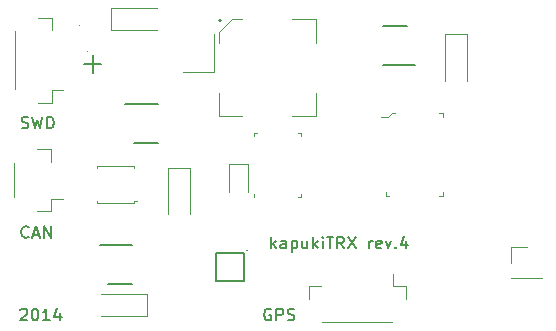
<source format=gto>
G04 #@! TF.GenerationSoftware,KiCad,Pcbnew,(5.1.4-0-10_14)*
G04 #@! TF.CreationDate,2020-03-30T10:54:37+02:00*
G04 #@! TF.ProjectId,kapukiTRX-hw-trx,6b617075-6b69-4545-9258-2d68772d7472,rev?*
G04 #@! TF.SameCoordinates,Original*
G04 #@! TF.FileFunction,Legend,Top*
G04 #@! TF.FilePolarity,Positive*
%FSLAX46Y46*%
G04 Gerber Fmt 4.6, Leading zero omitted, Abs format (unit mm)*
G04 Created by KiCad (PCBNEW (5.1.4-0-10_14)) date 2020-03-30 10:54:37*
%MOMM*%
%LPD*%
G04 APERTURE LIST*
%ADD10C,0.120000*%
%ADD11C,0.150000*%
%ADD12C,0.200000*%
%ADD13C,0.100000*%
G04 APERTURE END LIST*
D10*
X178237796Y-98323400D02*
G75*
G03X178237796Y-98323400I-56796J0D01*
G01*
D11*
X193778904Y-115006380D02*
X193778904Y-114006380D01*
X193874142Y-114625428D02*
X194159857Y-115006380D01*
X194159857Y-114339714D02*
X193778904Y-114720666D01*
X195017000Y-115006380D02*
X195017000Y-114482571D01*
X194969380Y-114387333D01*
X194874142Y-114339714D01*
X194683666Y-114339714D01*
X194588428Y-114387333D01*
X195017000Y-114958761D02*
X194921761Y-115006380D01*
X194683666Y-115006380D01*
X194588428Y-114958761D01*
X194540809Y-114863523D01*
X194540809Y-114768285D01*
X194588428Y-114673047D01*
X194683666Y-114625428D01*
X194921761Y-114625428D01*
X195017000Y-114577809D01*
X195493190Y-114339714D02*
X195493190Y-115339714D01*
X195493190Y-114387333D02*
X195588428Y-114339714D01*
X195778904Y-114339714D01*
X195874142Y-114387333D01*
X195921761Y-114434952D01*
X195969380Y-114530190D01*
X195969380Y-114815904D01*
X195921761Y-114911142D01*
X195874142Y-114958761D01*
X195778904Y-115006380D01*
X195588428Y-115006380D01*
X195493190Y-114958761D01*
X196826523Y-114339714D02*
X196826523Y-115006380D01*
X196397952Y-114339714D02*
X196397952Y-114863523D01*
X196445571Y-114958761D01*
X196540809Y-115006380D01*
X196683666Y-115006380D01*
X196778904Y-114958761D01*
X196826523Y-114911142D01*
X197302714Y-115006380D02*
X197302714Y-114006380D01*
X197397952Y-114625428D02*
X197683666Y-115006380D01*
X197683666Y-114339714D02*
X197302714Y-114720666D01*
X198112238Y-115006380D02*
X198112238Y-114339714D01*
X198112238Y-114006380D02*
X198064619Y-114054000D01*
X198112238Y-114101619D01*
X198159857Y-114054000D01*
X198112238Y-114006380D01*
X198112238Y-114101619D01*
X198445571Y-114006380D02*
X199017000Y-114006380D01*
X198731285Y-115006380D02*
X198731285Y-114006380D01*
X199921761Y-115006380D02*
X199588428Y-114530190D01*
X199350333Y-115006380D02*
X199350333Y-114006380D01*
X199731285Y-114006380D01*
X199826523Y-114054000D01*
X199874142Y-114101619D01*
X199921761Y-114196857D01*
X199921761Y-114339714D01*
X199874142Y-114434952D01*
X199826523Y-114482571D01*
X199731285Y-114530190D01*
X199350333Y-114530190D01*
X200255095Y-114006380D02*
X200921761Y-115006380D01*
X200921761Y-114006380D02*
X200255095Y-115006380D01*
X202064619Y-115006380D02*
X202064619Y-114339714D01*
X202064619Y-114530190D02*
X202112238Y-114434952D01*
X202159857Y-114387333D01*
X202255095Y-114339714D01*
X202350333Y-114339714D01*
X203064619Y-114958761D02*
X202969380Y-115006380D01*
X202778904Y-115006380D01*
X202683666Y-114958761D01*
X202636047Y-114863523D01*
X202636047Y-114482571D01*
X202683666Y-114387333D01*
X202778904Y-114339714D01*
X202969380Y-114339714D01*
X203064619Y-114387333D01*
X203112238Y-114482571D01*
X203112238Y-114577809D01*
X202636047Y-114673047D01*
X203445571Y-114339714D02*
X203683666Y-115006380D01*
X203921761Y-114339714D01*
X204302714Y-114911142D02*
X204350333Y-114958761D01*
X204302714Y-115006380D01*
X204255095Y-114958761D01*
X204302714Y-114911142D01*
X204302714Y-115006380D01*
X205207476Y-114339714D02*
X205207476Y-115006380D01*
X204969380Y-113958761D02*
X204731285Y-114673047D01*
X205350333Y-114673047D01*
X172529714Y-120197619D02*
X172577333Y-120150000D01*
X172672571Y-120102380D01*
X172910666Y-120102380D01*
X173005904Y-120150000D01*
X173053523Y-120197619D01*
X173101142Y-120292857D01*
X173101142Y-120388095D01*
X173053523Y-120530952D01*
X172482095Y-121102380D01*
X173101142Y-121102380D01*
X173720190Y-120102380D02*
X173815428Y-120102380D01*
X173910666Y-120150000D01*
X173958285Y-120197619D01*
X174005904Y-120292857D01*
X174053523Y-120483333D01*
X174053523Y-120721428D01*
X174005904Y-120911904D01*
X173958285Y-121007142D01*
X173910666Y-121054761D01*
X173815428Y-121102380D01*
X173720190Y-121102380D01*
X173624952Y-121054761D01*
X173577333Y-121007142D01*
X173529714Y-120911904D01*
X173482095Y-120721428D01*
X173482095Y-120483333D01*
X173529714Y-120292857D01*
X173577333Y-120197619D01*
X173624952Y-120150000D01*
X173720190Y-120102380D01*
X175005904Y-121102380D02*
X174434476Y-121102380D01*
X174720190Y-121102380D02*
X174720190Y-120102380D01*
X174624952Y-120245238D01*
X174529714Y-120340476D01*
X174434476Y-120388095D01*
X175863047Y-120435714D02*
X175863047Y-121102380D01*
X175624952Y-120054761D02*
X175386857Y-120769047D01*
X176005904Y-120769047D01*
X193722714Y-120150000D02*
X193627476Y-120102380D01*
X193484619Y-120102380D01*
X193341761Y-120150000D01*
X193246523Y-120245238D01*
X193198904Y-120340476D01*
X193151285Y-120530952D01*
X193151285Y-120673809D01*
X193198904Y-120864285D01*
X193246523Y-120959523D01*
X193341761Y-121054761D01*
X193484619Y-121102380D01*
X193579857Y-121102380D01*
X193722714Y-121054761D01*
X193770333Y-121007142D01*
X193770333Y-120673809D01*
X193579857Y-120673809D01*
X194198904Y-121102380D02*
X194198904Y-120102380D01*
X194579857Y-120102380D01*
X194675095Y-120150000D01*
X194722714Y-120197619D01*
X194770333Y-120292857D01*
X194770333Y-120435714D01*
X194722714Y-120530952D01*
X194675095Y-120578571D01*
X194579857Y-120626190D01*
X194198904Y-120626190D01*
X195151285Y-121054761D02*
X195294142Y-121102380D01*
X195532238Y-121102380D01*
X195627476Y-121054761D01*
X195675095Y-121007142D01*
X195722714Y-120911904D01*
X195722714Y-120816666D01*
X195675095Y-120721428D01*
X195627476Y-120673809D01*
X195532238Y-120626190D01*
X195341761Y-120578571D01*
X195246523Y-120530952D01*
X195198904Y-120483333D01*
X195151285Y-120388095D01*
X195151285Y-120292857D01*
X195198904Y-120197619D01*
X195246523Y-120150000D01*
X195341761Y-120102380D01*
X195579857Y-120102380D01*
X195722714Y-120150000D01*
X173220142Y-114022142D02*
X173172523Y-114069761D01*
X173029666Y-114117380D01*
X172934428Y-114117380D01*
X172791571Y-114069761D01*
X172696333Y-113974523D01*
X172648714Y-113879285D01*
X172601095Y-113688809D01*
X172601095Y-113545952D01*
X172648714Y-113355476D01*
X172696333Y-113260238D01*
X172791571Y-113165000D01*
X172934428Y-113117380D01*
X173029666Y-113117380D01*
X173172523Y-113165000D01*
X173220142Y-113212619D01*
X173601095Y-113831666D02*
X174077285Y-113831666D01*
X173505857Y-114117380D02*
X173839190Y-113117380D01*
X174172523Y-114117380D01*
X174505857Y-114117380D02*
X174505857Y-113117380D01*
X175077285Y-114117380D01*
X175077285Y-113117380D01*
X172632857Y-104798761D02*
X172775714Y-104846380D01*
X173013809Y-104846380D01*
X173109047Y-104798761D01*
X173156666Y-104751142D01*
X173204285Y-104655904D01*
X173204285Y-104560666D01*
X173156666Y-104465428D01*
X173109047Y-104417809D01*
X173013809Y-104370190D01*
X172823333Y-104322571D01*
X172728095Y-104274952D01*
X172680476Y-104227333D01*
X172632857Y-104132095D01*
X172632857Y-104036857D01*
X172680476Y-103941619D01*
X172728095Y-103894000D01*
X172823333Y-103846380D01*
X173061428Y-103846380D01*
X173204285Y-103894000D01*
X173537619Y-103846380D02*
X173775714Y-104846380D01*
X173966190Y-104132095D01*
X174156666Y-104846380D01*
X174394761Y-103846380D01*
X174775714Y-104846380D02*
X174775714Y-103846380D01*
X175013809Y-103846380D01*
X175156666Y-103894000D01*
X175251904Y-103989238D01*
X175299523Y-104084476D01*
X175347142Y-104274952D01*
X175347142Y-104417809D01*
X175299523Y-104608285D01*
X175251904Y-104703523D01*
X175156666Y-104798761D01*
X175013809Y-104846380D01*
X174775714Y-104846380D01*
X191725196Y-115163600D02*
G75*
G03X191725196Y-115163600I-56796J0D01*
G01*
X191421000Y-117761000D02*
X191421000Y-115411000D01*
X189071000Y-117761000D02*
X191421000Y-117761000D01*
X189071000Y-115411000D02*
X189071000Y-117761000D01*
X191421000Y-115411000D02*
X189071000Y-115411000D01*
D10*
X180214400Y-96540600D02*
X184124400Y-96540600D01*
X180214400Y-94670600D02*
X180214400Y-96540600D01*
X184124400Y-94670600D02*
X180214400Y-94670600D01*
D12*
X189521000Y-95695000D02*
G75*
G03X189521000Y-95695000I-100000J0D01*
G01*
D10*
X189301000Y-96695000D02*
X189301000Y-97575000D01*
X190421000Y-95575000D02*
X189301000Y-96695000D01*
X191301000Y-95575000D02*
X190421000Y-95575000D01*
X189301000Y-103815000D02*
X189301000Y-101815000D01*
X191301000Y-103815000D02*
X189301000Y-103815000D01*
X197541000Y-95575000D02*
X197541000Y-97575000D01*
X195541000Y-95575000D02*
X197541000Y-95575000D01*
X197541000Y-103815000D02*
X197541000Y-101815000D01*
X195541000Y-103815000D02*
X197541000Y-103815000D01*
X197541000Y-95575000D02*
X197541000Y-97575000D01*
X195541000Y-95575000D02*
X197541000Y-95575000D01*
X197541000Y-95575000D02*
X197541000Y-97575000D01*
X195541000Y-95575000D02*
X197541000Y-95575000D01*
X190182600Y-107816800D02*
X190182600Y-110216800D01*
X191782600Y-107816800D02*
X190182600Y-107816800D01*
X191782600Y-110216800D02*
X191782600Y-107816800D01*
X196320000Y-110660000D02*
X196320000Y-110400000D01*
X196320000Y-110660000D02*
X196060000Y-110660000D01*
X192300000Y-110660000D02*
X192300000Y-110400000D01*
X196320000Y-105240000D02*
X196320000Y-105500000D01*
X196320000Y-105240000D02*
X196060000Y-105240000D01*
X192300000Y-105240000D02*
X192300000Y-105500000D01*
X192300000Y-105240000D02*
X192560000Y-105240000D01*
X182154000Y-111011000D02*
X182414000Y-111011000D01*
X179034000Y-108041000D02*
X179034000Y-108191000D01*
X182154000Y-108041000D02*
X179034000Y-108041000D01*
X182154000Y-111161000D02*
X179034000Y-111161000D01*
X182154000Y-108041000D02*
X182154000Y-108191000D01*
X182154000Y-111161000D02*
X182154000Y-111011000D01*
X179034000Y-111161000D02*
X179034000Y-111011000D01*
D11*
X179245000Y-114682000D02*
X182000000Y-114682000D01*
X179950000Y-117982000D02*
X182000000Y-117982000D01*
D10*
X186279000Y-100050400D02*
X188879000Y-100050400D01*
X188879000Y-100050400D02*
X188879000Y-96850400D01*
X208488000Y-96877000D02*
X208488000Y-100787000D01*
X210358000Y-96877000D02*
X208488000Y-96877000D01*
X210358000Y-100787000D02*
X210358000Y-96877000D01*
X186863000Y-112090000D02*
X186863000Y-108180000D01*
X186863000Y-108180000D02*
X184993000Y-108180000D01*
X184993000Y-108180000D02*
X184993000Y-112090000D01*
X179375000Y-120696000D02*
X183285000Y-120696000D01*
X183285000Y-120696000D02*
X183285000Y-118826000D01*
X183285000Y-118826000D02*
X179375000Y-118826000D01*
D11*
X177888200Y-99390200D02*
X179388200Y-99390200D01*
X178638200Y-98640200D02*
X178638200Y-100140200D01*
D13*
X177545000Y-96139000D02*
G75*
G03X177545000Y-96139000I-50000J0D01*
G01*
D11*
X205946000Y-99440000D02*
X203191000Y-99440000D01*
X205241000Y-96140000D02*
X203191000Y-96140000D01*
D13*
X204267000Y-103561000D02*
X203967000Y-103561000D01*
X203967000Y-103561000D02*
X203667000Y-103861000D01*
X203667000Y-103861000D02*
X203067000Y-103861000D01*
X203467000Y-110561000D02*
X203467000Y-110261000D01*
X203467000Y-110561000D02*
X203767000Y-110561000D01*
X208267000Y-103861000D02*
X208267000Y-103561000D01*
X208267000Y-103561000D02*
X207967000Y-103561000D01*
X208267000Y-110261000D02*
X208267000Y-110561000D01*
X208267000Y-110561000D02*
X207967000Y-110561000D01*
D11*
X182128000Y-106044000D02*
X184178000Y-106044000D01*
X181423000Y-102744000D02*
X184178000Y-102744000D01*
D10*
X205151000Y-119293000D02*
X205151000Y-118143000D01*
X205151000Y-118143000D02*
X204101000Y-118143000D01*
X204101000Y-118143000D02*
X204101000Y-117153000D01*
X196931000Y-119293000D02*
X196931000Y-118143000D01*
X196931000Y-118143000D02*
X197981000Y-118143000D01*
X203981000Y-121263000D02*
X198101000Y-121263000D01*
X174026200Y-102670000D02*
X175176200Y-102670000D01*
X175176200Y-102670000D02*
X175176200Y-101620000D01*
X175176200Y-101620000D02*
X176166200Y-101620000D01*
X174026200Y-95450000D02*
X175176200Y-95450000D01*
X175176200Y-95450000D02*
X175176200Y-96500000D01*
X172056200Y-101500000D02*
X172056200Y-96620000D01*
X214062000Y-117535000D02*
X216722000Y-117535000D01*
X214062000Y-117475000D02*
X214062000Y-117535000D01*
X216722000Y-117475000D02*
X216722000Y-117535000D01*
X214062000Y-117475000D02*
X216722000Y-117475000D01*
X214062000Y-116205000D02*
X214062000Y-114875000D01*
X214062000Y-114875000D02*
X215392000Y-114875000D01*
X173950000Y-111830000D02*
X175100000Y-111830000D01*
X175100000Y-111830000D02*
X175100000Y-110780000D01*
X175100000Y-110780000D02*
X176090000Y-110780000D01*
X173950000Y-106610000D02*
X175100000Y-106610000D01*
X175100000Y-106610000D02*
X175100000Y-107660000D01*
X171980000Y-110660000D02*
X171980000Y-107780000D01*
M02*

</source>
